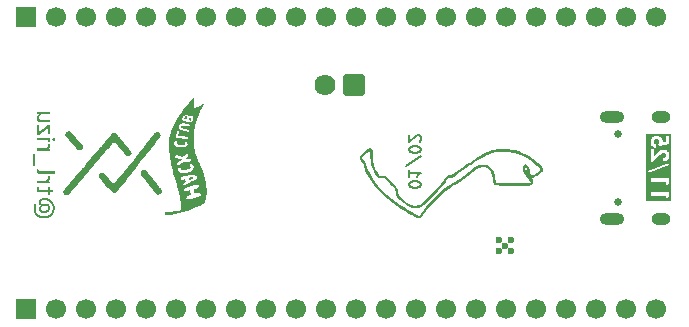
<source format=gbr>
%TF.GenerationSoftware,KiCad,Pcbnew,9.0.2*%
%TF.CreationDate,2025-11-10T16:04:38+08:00*%
%TF.ProjectId,TrlBoard,54726c42-6f61-4726-942e-6b696361645f,rev?*%
%TF.SameCoordinates,Original*%
%TF.FileFunction,Soldermask,Bot*%
%TF.FilePolarity,Negative*%
%FSLAX46Y46*%
G04 Gerber Fmt 4.6, Leading zero omitted, Abs format (unit mm)*
G04 Created by KiCad (PCBNEW 9.0.2) date 2025-11-10 16:04:38*
%MOMM*%
%LPD*%
G01*
G04 APERTURE LIST*
G04 Aperture macros list*
%AMRoundRect*
0 Rectangle with rounded corners*
0 $1 Rounding radius*
0 $2 $3 $4 $5 $6 $7 $8 $9 X,Y pos of 4 corners*
0 Add a 4 corners polygon primitive as box body*
4,1,4,$2,$3,$4,$5,$6,$7,$8,$9,$2,$3,0*
0 Add four circle primitives for the rounded corners*
1,1,$1+$1,$2,$3*
1,1,$1+$1,$4,$5*
1,1,$1+$1,$6,$7*
1,1,$1+$1,$8,$9*
0 Add four rect primitives between the rounded corners*
20,1,$1+$1,$2,$3,$4,$5,0*
20,1,$1+$1,$4,$5,$6,$7,0*
20,1,$1+$1,$6,$7,$8,$9,0*
20,1,$1+$1,$8,$9,$2,$3,0*%
G04 Aperture macros list end*
%ADD10C,0.200000*%
%ADD11C,0.300000*%
%ADD12C,0.000000*%
%ADD13C,0.650000*%
%ADD14O,2.100000X1.000000*%
%ADD15O,1.600000X1.000000*%
%ADD16RoundRect,0.102000X-0.787500X-0.787500X0.787500X-0.787500X0.787500X0.787500X-0.787500X0.787500X0*%
%ADD17C,1.779000*%
%ADD18C,0.600000*%
%ADD19R,1.700000X1.700000*%
%ADD20C,1.700000*%
G04 APERTURE END LIST*
D10*
X169132780Y-75439850D02*
X169132780Y-75344612D01*
X169132780Y-75344612D02*
X169085161Y-75249374D01*
X169085161Y-75249374D02*
X169037542Y-75201755D01*
X169037542Y-75201755D02*
X168942304Y-75154136D01*
X168942304Y-75154136D02*
X168751828Y-75106517D01*
X168751828Y-75106517D02*
X168513733Y-75106517D01*
X168513733Y-75106517D02*
X168323257Y-75154136D01*
X168323257Y-75154136D02*
X168228019Y-75201755D01*
X168228019Y-75201755D02*
X168180400Y-75249374D01*
X168180400Y-75249374D02*
X168132780Y-75344612D01*
X168132780Y-75344612D02*
X168132780Y-75439850D01*
X168132780Y-75439850D02*
X168180400Y-75535088D01*
X168180400Y-75535088D02*
X168228019Y-75582707D01*
X168228019Y-75582707D02*
X168323257Y-75630326D01*
X168323257Y-75630326D02*
X168513733Y-75677945D01*
X168513733Y-75677945D02*
X168751828Y-75677945D01*
X168751828Y-75677945D02*
X168942304Y-75630326D01*
X168942304Y-75630326D02*
X169037542Y-75582707D01*
X169037542Y-75582707D02*
X169085161Y-75535088D01*
X169085161Y-75535088D02*
X169132780Y-75439850D01*
X168132780Y-74154136D02*
X168132780Y-74725564D01*
X168132780Y-74439850D02*
X169132780Y-74439850D01*
X169132780Y-74439850D02*
X168989923Y-74535088D01*
X168989923Y-74535088D02*
X168894685Y-74630326D01*
X168894685Y-74630326D02*
X168847066Y-74725564D01*
X169180400Y-73011279D02*
X167894685Y-73868421D01*
X169132780Y-72487469D02*
X169132780Y-72392231D01*
X169132780Y-72392231D02*
X169085161Y-72296993D01*
X169085161Y-72296993D02*
X169037542Y-72249374D01*
X169037542Y-72249374D02*
X168942304Y-72201755D01*
X168942304Y-72201755D02*
X168751828Y-72154136D01*
X168751828Y-72154136D02*
X168513733Y-72154136D01*
X168513733Y-72154136D02*
X168323257Y-72201755D01*
X168323257Y-72201755D02*
X168228019Y-72249374D01*
X168228019Y-72249374D02*
X168180400Y-72296993D01*
X168180400Y-72296993D02*
X168132780Y-72392231D01*
X168132780Y-72392231D02*
X168132780Y-72487469D01*
X168132780Y-72487469D02*
X168180400Y-72582707D01*
X168180400Y-72582707D02*
X168228019Y-72630326D01*
X168228019Y-72630326D02*
X168323257Y-72677945D01*
X168323257Y-72677945D02*
X168513733Y-72725564D01*
X168513733Y-72725564D02*
X168751828Y-72725564D01*
X168751828Y-72725564D02*
X168942304Y-72677945D01*
X168942304Y-72677945D02*
X169037542Y-72630326D01*
X169037542Y-72630326D02*
X169085161Y-72582707D01*
X169085161Y-72582707D02*
X169132780Y-72487469D01*
X169037542Y-71773183D02*
X169085161Y-71725564D01*
X169085161Y-71725564D02*
X169132780Y-71630326D01*
X169132780Y-71630326D02*
X169132780Y-71392231D01*
X169132780Y-71392231D02*
X169085161Y-71296993D01*
X169085161Y-71296993D02*
X169037542Y-71249374D01*
X169037542Y-71249374D02*
X168942304Y-71201755D01*
X168942304Y-71201755D02*
X168847066Y-71201755D01*
X168847066Y-71201755D02*
X168704209Y-71249374D01*
X168704209Y-71249374D02*
X168132780Y-71820802D01*
X168132780Y-71820802D02*
X168132780Y-71201755D01*
D11*
G36*
X137520123Y-76555088D02*
G01*
X137639555Y-76587816D01*
X137754161Y-76642812D01*
X137832520Y-76696927D01*
X137902989Y-76762109D01*
X137966059Y-76839217D01*
X138021882Y-76929492D01*
X138064838Y-77024598D01*
X138096339Y-77129393D01*
X138115929Y-77245221D01*
X138122724Y-77373617D01*
X138115818Y-77502715D01*
X138095777Y-77620830D01*
X138063324Y-77729296D01*
X138018768Y-77829282D01*
X137961194Y-77924251D01*
X137896120Y-78005902D01*
X137823415Y-78075468D01*
X137742621Y-78133823D01*
X137654044Y-78181131D01*
X137563790Y-78214371D01*
X137471095Y-78234230D01*
X137375066Y-78240893D01*
X137089485Y-78240893D01*
X136975453Y-78233741D01*
X136872845Y-78213092D01*
X136780055Y-78179723D01*
X136695735Y-78133823D01*
X136618516Y-78075455D01*
X136551505Y-78007524D01*
X136494042Y-77929334D01*
X136445874Y-77839815D01*
X136399505Y-77712588D01*
X136370760Y-77571249D01*
X136360786Y-77413459D01*
X136365757Y-77296721D01*
X136379746Y-77196205D01*
X136402313Y-77097566D01*
X136434334Y-76989301D01*
X136581338Y-77039676D01*
X136543608Y-77165652D01*
X136521422Y-77289302D01*
X136514110Y-77411444D01*
X136521908Y-77536021D01*
X136544291Y-77646642D01*
X136580239Y-77745293D01*
X136632155Y-77835394D01*
X136698270Y-77910465D01*
X136779724Y-77972073D01*
X136871945Y-78016362D01*
X136979720Y-78044144D01*
X137106338Y-78053955D01*
X137375066Y-78053955D01*
X137477899Y-78044953D01*
X137575401Y-78018183D01*
X137669073Y-77973172D01*
X137753071Y-77912050D01*
X137826021Y-77834336D01*
X137888525Y-77737966D01*
X137933586Y-77632114D01*
X137961676Y-77511593D01*
X137971507Y-77373617D01*
X137962394Y-77238099D01*
X137936636Y-77122243D01*
X137895853Y-77022915D01*
X137838037Y-76933138D01*
X137768015Y-76860588D01*
X137684827Y-76803462D01*
X137591905Y-76762692D01*
X137488632Y-76737596D01*
X137372959Y-76728907D01*
X137215514Y-76728907D01*
X137129135Y-76734207D01*
X137062521Y-76748477D01*
X137011724Y-76769849D01*
X136969929Y-76802069D01*
X136946294Y-76840221D01*
X136938268Y-76886444D01*
X136945698Y-76946253D01*
X136965328Y-76986784D01*
X136995970Y-77013481D01*
X137061620Y-77036664D01*
X137167154Y-77045996D01*
X137616591Y-77043889D01*
X137668691Y-77144121D01*
X137700274Y-77253939D01*
X137711113Y-77375723D01*
X137703141Y-77478560D01*
X137681007Y-77562196D01*
X137646429Y-77630255D01*
X137599739Y-77685484D01*
X137541452Y-77729343D01*
X137472129Y-77761663D01*
X137389599Y-77782147D01*
X137291077Y-77789440D01*
X137169261Y-77789440D01*
X137081927Y-77783366D01*
X137008638Y-77766321D01*
X136947033Y-77739512D01*
X136895220Y-77703345D01*
X136852349Y-77656983D01*
X136821504Y-77602475D01*
X136802272Y-77538193D01*
X136795478Y-77461819D01*
X136797344Y-77442860D01*
X136946694Y-77442860D01*
X136953221Y-77496274D01*
X136970963Y-77535315D01*
X136999176Y-77563668D01*
X137036438Y-77582106D01*
X137093544Y-77595237D01*
X137177687Y-77600396D01*
X137280635Y-77600396D01*
X137376241Y-77593263D01*
X137445119Y-77574516D01*
X137493768Y-77546907D01*
X137529955Y-77506220D01*
X137553291Y-77448982D01*
X137562003Y-77369404D01*
X137554502Y-77294142D01*
X137532602Y-77226613D01*
X137032790Y-77226613D01*
X136984448Y-77293577D01*
X136956198Y-77364980D01*
X136946694Y-77442860D01*
X136797344Y-77442860D01*
X136804284Y-77372368D01*
X136830001Y-77291959D01*
X136872725Y-77218602D01*
X136934055Y-77150959D01*
X136875472Y-77112752D01*
X136826985Y-77054422D01*
X136804461Y-77007825D01*
X136790150Y-76951819D01*
X136785036Y-76884337D01*
X136791309Y-76817447D01*
X136809543Y-76757730D01*
X136839624Y-76703720D01*
X136879882Y-76656300D01*
X136928537Y-76616860D01*
X136986628Y-76585018D01*
X137082559Y-76554555D01*
X137190327Y-76544077D01*
X137394025Y-76544077D01*
X137520123Y-76555088D01*
G37*
G36*
X136627500Y-75580355D02*
G01*
X136608444Y-75672365D01*
X136602312Y-75758866D01*
X136611672Y-75862589D01*
X136636802Y-75939599D01*
X136675126Y-75996224D01*
X136726790Y-76036657D01*
X136794629Y-76062350D01*
X136883680Y-76071741D01*
X137578764Y-76071741D01*
X137578764Y-76248146D01*
X137738408Y-76248146D01*
X137738408Y-76067528D01*
X138011441Y-76050767D01*
X138011441Y-75861723D01*
X137738408Y-75861723D01*
X137738408Y-75613969D01*
X137578764Y-75613969D01*
X137578764Y-75861723D01*
X136894213Y-75861723D01*
X136835563Y-75852252D01*
X136798592Y-75827102D01*
X136776763Y-75786083D01*
X136768183Y-75718933D01*
X136771503Y-75657666D01*
X136780823Y-75605543D01*
X136627500Y-75580355D01*
G37*
G36*
X137759382Y-74810990D02*
G01*
X137753921Y-74739772D01*
X137738408Y-74678641D01*
X137541029Y-74716468D01*
X137547257Y-74783696D01*
X137540861Y-74854748D01*
X137522509Y-74916434D01*
X137492669Y-74970542D01*
X137451141Y-75016017D01*
X137391732Y-75056766D01*
X137310036Y-75092358D01*
X136627500Y-75092358D01*
X136627500Y-75302376D01*
X137738408Y-75302376D01*
X137738408Y-75142733D01*
X137557790Y-75109119D01*
X137623671Y-75074369D01*
X137673973Y-75033132D01*
X137711113Y-74985288D01*
X137737945Y-74930384D01*
X137753969Y-74872601D01*
X137759382Y-74810990D01*
G37*
G36*
X136862705Y-74258971D02*
G01*
X136816816Y-74253754D01*
X136791264Y-74241111D01*
X136776222Y-74218645D01*
X136770290Y-74179195D01*
X136772397Y-74151901D01*
X136776610Y-74128820D01*
X136627500Y-74103633D01*
X136608418Y-74172869D01*
X136602312Y-74237997D01*
X136609439Y-74307089D01*
X136629330Y-74362445D01*
X136661113Y-74407074D01*
X136704072Y-74440453D01*
X136758885Y-74461416D01*
X136829091Y-74468989D01*
X138181525Y-74468989D01*
X138181525Y-74258971D01*
X136862705Y-74258971D01*
G37*
G36*
X136322959Y-72827952D02*
G01*
X136322959Y-73871632D01*
X136493044Y-73871632D01*
X136493044Y-72827952D01*
X136322959Y-72827952D01*
G37*
G36*
X137759382Y-72064724D02*
G01*
X137753921Y-71993506D01*
X137738408Y-71932375D01*
X137541029Y-71970202D01*
X137547257Y-72037430D01*
X137540861Y-72108482D01*
X137522509Y-72170168D01*
X137492669Y-72224275D01*
X137451141Y-72269750D01*
X137391732Y-72310500D01*
X137310036Y-72346092D01*
X136627500Y-72346092D01*
X136627500Y-72556110D01*
X137738408Y-72556110D01*
X137738408Y-72396467D01*
X137557790Y-72362853D01*
X137623671Y-72328102D01*
X137673973Y-72286865D01*
X137711113Y-72239022D01*
X137737945Y-72184118D01*
X137753969Y-72126335D01*
X137759382Y-72064724D01*
G37*
G36*
X136627500Y-71449690D02*
G01*
X136627500Y-71659708D01*
X137578764Y-71659708D01*
X137578764Y-71834006D01*
X137738408Y-71834006D01*
X137738408Y-71449690D01*
X136627500Y-71449690D01*
G37*
G36*
X137929467Y-71565186D02*
G01*
X137938973Y-71615705D01*
X137967294Y-71657601D01*
X138009191Y-71685922D01*
X138059709Y-71695429D01*
X138110400Y-71685955D01*
X138153132Y-71657601D01*
X138182241Y-71615625D01*
X138191967Y-71565186D01*
X138182273Y-71514573D01*
X138153132Y-71471763D01*
X138110322Y-71442622D01*
X138059709Y-71432929D01*
X138009270Y-71442655D01*
X137967294Y-71471763D01*
X137938940Y-71514495D01*
X137929467Y-71565186D01*
G37*
G36*
X137587191Y-70379265D02*
G01*
X136795478Y-70942092D01*
X136795478Y-70364519D01*
X136627500Y-70364519D01*
X136627500Y-71173085D01*
X136785036Y-71173085D01*
X137572536Y-70608151D01*
X137572536Y-71143684D01*
X137738408Y-71143684D01*
X137738408Y-70379265D01*
X137587191Y-70379265D01*
G37*
G36*
X137738408Y-69220363D02*
G01*
X136627500Y-69220363D01*
X136627500Y-69398783D01*
X136761864Y-69413529D01*
X136690940Y-69488342D01*
X136641816Y-69569211D01*
X136612373Y-69657610D01*
X136602312Y-69755805D01*
X136613092Y-69854414D01*
X136643977Y-69938042D01*
X136694727Y-70009970D01*
X136744145Y-70053723D01*
X136800230Y-70084869D01*
X136864308Y-70104035D01*
X136938268Y-70110720D01*
X137738408Y-70110720D01*
X137738408Y-69900702D01*
X136946694Y-69900702D01*
X136891204Y-69894888D01*
X136848027Y-69878848D01*
X136814345Y-69853441D01*
X136789623Y-69819192D01*
X136773903Y-69775038D01*
X136768183Y-69718069D01*
X136778885Y-69636614D01*
X136811231Y-69559525D01*
X136862580Y-69490868D01*
X136934055Y-69430290D01*
X137738408Y-69430290D01*
X137738408Y-69220363D01*
G37*
G36*
X190341689Y-76820792D02*
G01*
X188191188Y-76820792D01*
X188191188Y-76343631D01*
X188627500Y-76343631D01*
X189870207Y-76343631D01*
X189870207Y-76654125D01*
X190133989Y-76488162D01*
X190133989Y-76058783D01*
X188627500Y-76058783D01*
X188627500Y-76343631D01*
X188191188Y-76343631D01*
X188191188Y-75168335D01*
X188627500Y-75168335D01*
X189870207Y-75168335D01*
X189870207Y-75478829D01*
X190133989Y-75312866D01*
X190133989Y-74883487D01*
X188627500Y-74883487D01*
X188627500Y-75168335D01*
X188191188Y-75168335D01*
X188191188Y-74240059D01*
X188357855Y-74240059D01*
X188357855Y-74437805D01*
X190175022Y-73760489D01*
X190175022Y-73561644D01*
X188357855Y-74240059D01*
X188191188Y-74240059D01*
X188191188Y-73472068D01*
X188627500Y-73472068D01*
X188764337Y-73472068D01*
X189237954Y-73005778D01*
X189356232Y-72895089D01*
X189445668Y-72823311D01*
X189512086Y-72780922D01*
X189582903Y-72748380D01*
X189644773Y-72730577D01*
X189699390Y-72725052D01*
X189754835Y-72731717D01*
X189801999Y-72750936D01*
X189842821Y-72782937D01*
X189873946Y-72824554D01*
X189892885Y-72873550D01*
X189899516Y-72932047D01*
X189891712Y-72990434D01*
X189868896Y-73040980D01*
X189830090Y-73085737D01*
X189780547Y-73119233D01*
X189718763Y-73141441D01*
X189641596Y-73151316D01*
X189641596Y-73431036D01*
X189763254Y-73416148D01*
X189866289Y-73385038D01*
X189953816Y-73338956D01*
X190028202Y-73277895D01*
X190089302Y-73202756D01*
X190132950Y-73118313D01*
X190159814Y-73022742D01*
X190169160Y-72913546D01*
X190162415Y-72823510D01*
X190142952Y-72743297D01*
X190111366Y-72671288D01*
X190067415Y-72606247D01*
X190012208Y-72550449D01*
X189944579Y-72503218D01*
X189869975Y-72467620D01*
X189796510Y-72446981D01*
X189723112Y-72440203D01*
X189635265Y-72448015D01*
X189539652Y-72472650D01*
X189434508Y-72516590D01*
X189335887Y-72574359D01*
X189215549Y-72664632D01*
X189069335Y-72795760D01*
X188891282Y-72964837D01*
X188891282Y-72427930D01*
X188627500Y-72427930D01*
X188627500Y-73472068D01*
X188191188Y-73472068D01*
X188191188Y-71780290D01*
X188592329Y-71780290D01*
X188599513Y-71875348D01*
X188620371Y-71961228D01*
X188654443Y-72039474D01*
X188702055Y-72111300D01*
X188761234Y-72173800D01*
X188830172Y-72224611D01*
X188910071Y-72264284D01*
X189002657Y-72292650D01*
X189002657Y-71991407D01*
X188940781Y-71950255D01*
X188897602Y-71899724D01*
X188870931Y-71840073D01*
X188861973Y-71774153D01*
X188869642Y-71713505D01*
X188892115Y-71660197D01*
X188930208Y-71612312D01*
X188979241Y-71575682D01*
X189036796Y-71553419D01*
X189105330Y-71545633D01*
X189172131Y-71552911D01*
X189228198Y-71573670D01*
X189275873Y-71607641D01*
X189313326Y-71652452D01*
X189335216Y-71701890D01*
X189342643Y-71757758D01*
X189336882Y-71803976D01*
X189319104Y-71850448D01*
X189290690Y-71894355D01*
X189248395Y-71940116D01*
X189300419Y-72173765D01*
X190133989Y-71991407D01*
X190133989Y-71285423D01*
X189870207Y-71285423D01*
X189870207Y-71777267D01*
X189597998Y-71838725D01*
X189608715Y-71788533D01*
X189612287Y-71741364D01*
X189603202Y-71641388D01*
X189576888Y-71552653D01*
X189533686Y-71472955D01*
X189472519Y-71400736D01*
X189398717Y-71341940D01*
X189315752Y-71299860D01*
X189221844Y-71273932D01*
X189114581Y-71264907D01*
X189007187Y-71274592D01*
X188910884Y-71302760D01*
X188823468Y-71349169D01*
X188743362Y-71415025D01*
X188676845Y-71494794D01*
X188630187Y-71581157D01*
X188601991Y-71675615D01*
X188592329Y-71780290D01*
X188191188Y-71780290D01*
X188191188Y-71098240D01*
X190341689Y-71098240D01*
X190341689Y-76820792D01*
G37*
D12*
%TO.C,G\u002A\u002A\u002A*%
G36*
X164906621Y-72319302D02*
G01*
X165000732Y-72392634D01*
X165011372Y-72406307D01*
X165044593Y-72484527D01*
X165068678Y-72616646D01*
X165085713Y-72817953D01*
X165097784Y-73103734D01*
X165104284Y-73294847D01*
X165115870Y-73506929D01*
X165134463Y-73662807D01*
X165165107Y-73788345D01*
X165212850Y-73909410D01*
X165282736Y-74051867D01*
X165378678Y-74230338D01*
X165481910Y-74406198D01*
X165564842Y-74531357D01*
X165603076Y-74580450D01*
X165677977Y-74649000D01*
X165770499Y-74671865D01*
X165921128Y-74664134D01*
X166161001Y-74641783D01*
X166667346Y-75157739D01*
X166779563Y-75272263D01*
X166944859Y-75444143D01*
X167057560Y-75571132D01*
X167129099Y-75670374D01*
X167170912Y-75759017D01*
X167194433Y-75854207D01*
X167211098Y-75973090D01*
X167231802Y-76112489D01*
X167264025Y-76223836D01*
X167322136Y-76324475D01*
X167421637Y-76440875D01*
X167578034Y-76599502D01*
X167659436Y-76677651D01*
X167992922Y-76941475D01*
X168318390Y-77107189D01*
X168634913Y-77174424D01*
X168941566Y-77142810D01*
X168971833Y-77133770D01*
X169070029Y-77090533D01*
X169181340Y-77016893D01*
X169319216Y-76901939D01*
X169497107Y-76734758D01*
X169728462Y-76504440D01*
X169831163Y-76400488D01*
X170167455Y-76058188D01*
X170440649Y-75776187D01*
X170657315Y-75547097D01*
X170824024Y-75363532D01*
X170947346Y-75218103D01*
X171033851Y-75103422D01*
X171090109Y-75012102D01*
X171122691Y-74936756D01*
X171147620Y-74875732D01*
X171268014Y-74720536D01*
X171432901Y-74627722D01*
X171614170Y-74615653D01*
X171719095Y-74612474D01*
X171844799Y-74527638D01*
X171861555Y-74512287D01*
X171957913Y-74437990D01*
X172122135Y-74319681D01*
X172343036Y-74165136D01*
X172609433Y-73982129D01*
X172910143Y-73778435D01*
X173233980Y-73561831D01*
X173255112Y-73547787D01*
X173627108Y-73301723D01*
X173929180Y-73105047D01*
X174173067Y-72950983D01*
X174370511Y-72832759D01*
X174533250Y-72743598D01*
X174673025Y-72676726D01*
X174801575Y-72625369D01*
X174930640Y-72582752D01*
X175224356Y-72500839D01*
X175662694Y-72414337D01*
X176075405Y-72384101D01*
X176495072Y-72406461D01*
X176810045Y-72445874D01*
X177138877Y-72504296D01*
X177433539Y-72582826D01*
X177711763Y-72689592D01*
X177991283Y-72832724D01*
X178289829Y-73020350D01*
X178625134Y-73260599D01*
X179014931Y-73561600D01*
X179045277Y-73585672D01*
X179264187Y-73769370D01*
X179407019Y-73915069D01*
X179481924Y-74035362D01*
X179497053Y-74142842D01*
X179460556Y-74250103D01*
X179392145Y-74326506D01*
X179260924Y-74434333D01*
X179092887Y-74555299D01*
X178913604Y-74671924D01*
X178748645Y-74766730D01*
X178623580Y-74822238D01*
X178565652Y-74843284D01*
X178539612Y-74883636D01*
X178586153Y-74964689D01*
X178643796Y-75086540D01*
X178651550Y-75259182D01*
X178578807Y-75407761D01*
X178562985Y-75423359D01*
X178526080Y-75446612D01*
X178468425Y-75464572D01*
X178378727Y-75477914D01*
X178245692Y-75487315D01*
X178058028Y-75493449D01*
X177804440Y-75496994D01*
X177473637Y-75498625D01*
X177054325Y-75499019D01*
X176860289Y-75498920D01*
X176446532Y-75497288D01*
X176117421Y-75492350D01*
X175862172Y-75482448D01*
X175669999Y-75465923D01*
X175530117Y-75441120D01*
X175431740Y-75406379D01*
X175364083Y-75360042D01*
X175316361Y-75300453D01*
X175277789Y-75225953D01*
X175261578Y-75181153D01*
X175230508Y-75026410D01*
X175218172Y-74851196D01*
X175218165Y-74845809D01*
X175193180Y-74577787D01*
X175110607Y-74362884D01*
X174956724Y-74165086D01*
X174811667Y-74040972D01*
X174569919Y-73930621D01*
X174307159Y-73916417D01*
X174026758Y-73998328D01*
X173732087Y-74176324D01*
X173722443Y-74183596D01*
X173533618Y-74332120D01*
X173318952Y-74509491D01*
X173123053Y-74678900D01*
X172796899Y-74947754D01*
X172440210Y-75191336D01*
X172024459Y-75426827D01*
X171965059Y-75458647D01*
X171496369Y-75753152D01*
X171009726Y-76131142D01*
X170516355Y-76582449D01*
X170027478Y-77096906D01*
X169554321Y-77664346D01*
X169494769Y-77739615D01*
X169328064Y-77940684D01*
X169179639Y-78106312D01*
X169063253Y-78221617D01*
X168992668Y-78271720D01*
X168952376Y-78273466D01*
X168817252Y-78235477D01*
X168620153Y-78147857D01*
X168372817Y-78017763D01*
X168086977Y-77852352D01*
X167774370Y-77658782D01*
X167446731Y-77444209D01*
X167115796Y-77215791D01*
X166793301Y-76980684D01*
X166490980Y-76746046D01*
X166310037Y-76596451D01*
X165812551Y-76140048D01*
X165368395Y-75663785D01*
X164985636Y-75178526D01*
X164672341Y-74695135D01*
X164436578Y-74224474D01*
X164286414Y-73777408D01*
X164207417Y-73565119D01*
X164083140Y-73393482D01*
X164040360Y-73350963D01*
X163963344Y-73243721D01*
X163949613Y-73153230D01*
X164118313Y-73153230D01*
X164273783Y-73290663D01*
X164389639Y-73428195D01*
X164486769Y-73672385D01*
X164569349Y-73957025D01*
X164786513Y-74459807D01*
X165094007Y-74971225D01*
X165487015Y-75484575D01*
X165960723Y-75993149D01*
X166510313Y-76490243D01*
X166694781Y-76638056D01*
X166995384Y-76862967D01*
X167334145Y-77102841D01*
X167687925Y-77342119D01*
X168033584Y-77565240D01*
X168347982Y-77756645D01*
X168607980Y-77900774D01*
X168936294Y-78068960D01*
X169045701Y-77938260D01*
X169111920Y-77858305D01*
X169229178Y-77715619D01*
X169376508Y-77535669D01*
X169536705Y-77339439D01*
X169979654Y-76821992D01*
X170466656Y-76318941D01*
X170954127Y-75889120D01*
X171456101Y-75520274D01*
X171986611Y-75200151D01*
X172111368Y-75128462D01*
X172428015Y-74923003D01*
X172780084Y-74667226D01*
X173145265Y-74376979D01*
X173189300Y-74340597D01*
X173468932Y-74117142D01*
X173705904Y-73941341D01*
X173890319Y-73820223D01*
X174012282Y-73760824D01*
X174096357Y-73738350D01*
X174429572Y-73704694D01*
X174736957Y-73762467D01*
X175007980Y-73908403D01*
X175232110Y-74139235D01*
X175309416Y-74257564D01*
X175362165Y-74381192D01*
X175394042Y-74535592D01*
X175415311Y-74755280D01*
X175427907Y-74901248D01*
X175452781Y-75067668D01*
X175488463Y-75169772D01*
X175540734Y-75229414D01*
X175586404Y-75245623D01*
X175723074Y-75265654D01*
X175929540Y-75281746D01*
X176190391Y-75293908D01*
X176490215Y-75302147D01*
X176813601Y-75306473D01*
X177145137Y-75306893D01*
X177469412Y-75303416D01*
X177771015Y-75296049D01*
X178034534Y-75284802D01*
X178244558Y-75269682D01*
X178385676Y-75250698D01*
X178442475Y-75227858D01*
X178444045Y-75215937D01*
X178410261Y-75128953D01*
X178320581Y-74991727D01*
X178185829Y-74821405D01*
X178045612Y-74648227D01*
X177883874Y-74410028D01*
X177792135Y-74206906D01*
X177763162Y-74025239D01*
X177771085Y-73969505D01*
X177965942Y-73969505D01*
X177989106Y-74097988D01*
X178059842Y-74276425D01*
X178154297Y-74476032D01*
X178158337Y-74285620D01*
X178158471Y-74264433D01*
X178144243Y-74112502D01*
X178110719Y-73998685D01*
X178070264Y-73941028D01*
X178010915Y-73902162D01*
X177992337Y-73906183D01*
X177965942Y-73969505D01*
X177771085Y-73969505D01*
X177786081Y-73864016D01*
X177869580Y-73743696D01*
X178010805Y-73702555D01*
X178103350Y-73716987D01*
X178239841Y-73808982D01*
X178330053Y-73973449D01*
X178363570Y-74195827D01*
X178364779Y-74239029D01*
X178397248Y-74429049D01*
X178467503Y-74555077D01*
X178567092Y-74600313D01*
X178578087Y-74599530D01*
X178682025Y-74563053D01*
X178823300Y-74484904D01*
X178976834Y-74382815D01*
X179117550Y-74274517D01*
X179220369Y-74177742D01*
X179260215Y-74110222D01*
X179236516Y-74050857D01*
X179143892Y-73942775D01*
X178998231Y-73818705D01*
X178976931Y-73802628D01*
X178798588Y-73667593D01*
X178588218Y-73507786D01*
X178386934Y-73354433D01*
X178104279Y-73155888D01*
X177613190Y-72891773D01*
X177097617Y-72716693D01*
X176544743Y-72626787D01*
X175941748Y-72618195D01*
X175885791Y-72621078D01*
X175627863Y-72640392D01*
X175395713Y-72672130D01*
X175176000Y-72722035D01*
X174955384Y-72795853D01*
X174720524Y-72899327D01*
X174458076Y-73038200D01*
X174154702Y-73218216D01*
X173797059Y-73445121D01*
X173371806Y-73724656D01*
X173308641Y-73766663D01*
X172991815Y-73979332D01*
X172697334Y-74180126D01*
X172437431Y-74360486D01*
X172224335Y-74511853D01*
X172070276Y-74625669D01*
X171987487Y-74693375D01*
X171927199Y-74747900D01*
X171790922Y-74828283D01*
X171631809Y-74850296D01*
X171464120Y-74871714D01*
X171362850Y-74949633D01*
X171301508Y-75104501D01*
X171261982Y-75169922D01*
X171158219Y-75299041D01*
X170998491Y-75481133D01*
X170790649Y-75707482D01*
X170542546Y-75969376D01*
X170262034Y-76258098D01*
X170176123Y-76345450D01*
X169896174Y-76628661D01*
X169673546Y-76850318D01*
X169498874Y-77018600D01*
X169362797Y-77141690D01*
X169255951Y-77227768D01*
X169168972Y-77285013D01*
X169092497Y-77321607D01*
X169017164Y-77345729D01*
X168750445Y-77384691D01*
X168402370Y-77348761D01*
X168050550Y-77220478D01*
X167703172Y-77003051D01*
X167368426Y-76699688D01*
X167229159Y-76549200D01*
X167124862Y-76422299D01*
X167063173Y-76316576D01*
X167029233Y-76205796D01*
X167008180Y-76063723D01*
X167006771Y-76051788D01*
X166989890Y-75933228D01*
X166963474Y-75837733D01*
X166915322Y-75746569D01*
X166833234Y-75641000D01*
X166705009Y-75502294D01*
X166518448Y-75311715D01*
X166062826Y-74849952D01*
X165837454Y-74877052D01*
X165774092Y-74882841D01*
X165634899Y-74882287D01*
X165551201Y-74862729D01*
X165489784Y-74794944D01*
X165396116Y-74659074D01*
X165284815Y-74479122D01*
X165169185Y-74278226D01*
X165062529Y-74079524D01*
X164978151Y-73906153D01*
X164929356Y-73781251D01*
X164914152Y-73710695D01*
X164891227Y-73529649D01*
X164874694Y-73301081D01*
X164867380Y-73057999D01*
X164864861Y-72920361D01*
X164853811Y-72715334D01*
X164835814Y-72576724D01*
X164812570Y-72521193D01*
X164792581Y-72525824D01*
X164710090Y-72581904D01*
X164586441Y-72687905D01*
X164439949Y-72828710D01*
X164118313Y-73153230D01*
X163949613Y-73153230D01*
X163947059Y-73136398D01*
X163996178Y-73013906D01*
X164115373Y-72861153D01*
X164309317Y-72663051D01*
X164497622Y-72489831D01*
X164667035Y-72363220D01*
X164799378Y-72307937D01*
X164906621Y-72319302D01*
G37*
G36*
X139472408Y-70924014D02*
G01*
X139564041Y-71002542D01*
X139575385Y-71015562D01*
X139622223Y-71069614D01*
X139683471Y-71140555D01*
X139748887Y-71216532D01*
X139777247Y-71249493D01*
X139834007Y-71315300D01*
X139877867Y-71365932D01*
X139901113Y-71392475D01*
X139902588Y-71394128D01*
X139927881Y-71423090D01*
X139974577Y-71476963D01*
X140036559Y-71548680D01*
X140107706Y-71631169D01*
X140184587Y-71719991D01*
X140263343Y-71810246D01*
X140332260Y-71888521D01*
X140382113Y-71944290D01*
X140436177Y-72006867D01*
X140501256Y-72100111D01*
X140533760Y-72182630D01*
X140536261Y-72262442D01*
X140511326Y-72347568D01*
X140462404Y-72420774D01*
X140383119Y-72477477D01*
X140288235Y-72506592D01*
X140189487Y-72504686D01*
X140098612Y-72468324D01*
X140075415Y-72450891D01*
X140018255Y-72397647D01*
X139963383Y-72335796D01*
X139907152Y-72266588D01*
X139814798Y-72156907D01*
X139699257Y-72022856D01*
X139564041Y-71868546D01*
X139467234Y-71758481D01*
X139338344Y-71610584D01*
X139232639Y-71487470D01*
X139151662Y-71390963D01*
X139096960Y-71322891D01*
X139070077Y-71285076D01*
X139059694Y-71263864D01*
X139042068Y-71172125D01*
X139058577Y-71076309D01*
X139105494Y-70988821D01*
X139179095Y-70922065D01*
X139269072Y-70885776D01*
X139372150Y-70884687D01*
X139472408Y-70924014D01*
G37*
G36*
X145815749Y-74166945D02*
G01*
X145830235Y-74178557D01*
X145872113Y-74221827D01*
X145935925Y-74293168D01*
X146018649Y-74389022D01*
X146117262Y-74505832D01*
X146228740Y-74640041D01*
X146350060Y-74788091D01*
X146478200Y-74946426D01*
X146569075Y-75059317D01*
X146690919Y-75210399D01*
X146803079Y-75349153D01*
X146902632Y-75471980D01*
X146986655Y-75575281D01*
X147052225Y-75655458D01*
X147096419Y-75708911D01*
X147116314Y-75732043D01*
X147117629Y-75733385D01*
X147149975Y-75775874D01*
X147183396Y-75832218D01*
X147192807Y-75852060D01*
X147216491Y-75952490D01*
X147204394Y-76047899D01*
X147162501Y-76131874D01*
X147096794Y-76198004D01*
X147013258Y-76239877D01*
X146917877Y-76251081D01*
X146816636Y-76225204D01*
X146812077Y-76221893D01*
X146781724Y-76190893D01*
X146728639Y-76131292D01*
X146656109Y-76047106D01*
X146567425Y-75942356D01*
X146465875Y-75821057D01*
X146354747Y-75687228D01*
X146237332Y-75544888D01*
X146116917Y-75398053D01*
X145996792Y-75250743D01*
X145880245Y-75106974D01*
X145770566Y-74970766D01*
X145671042Y-74846135D01*
X145584964Y-74737100D01*
X145515620Y-74647679D01*
X145466299Y-74581890D01*
X145440289Y-74543750D01*
X145422612Y-74493025D01*
X145414531Y-74428501D01*
X145421446Y-74363834D01*
X145461281Y-74271509D01*
X145529120Y-74200121D01*
X145616473Y-74155207D01*
X145714847Y-74142303D01*
X145815749Y-74166945D01*
G37*
G36*
X146832303Y-70945771D02*
G01*
X146941432Y-70971097D01*
X147021770Y-71028592D01*
X147071388Y-71116326D01*
X147088356Y-71232368D01*
X147088362Y-71239144D01*
X147087841Y-71270100D01*
X147084202Y-71298109D01*
X147074436Y-71327780D01*
X147055533Y-71363728D01*
X147024486Y-71410562D01*
X146978284Y-71472896D01*
X146913919Y-71555341D01*
X146828382Y-71662508D01*
X146718665Y-71799011D01*
X146685941Y-71839789D01*
X146601746Y-71945170D01*
X146497300Y-72076353D01*
X146377054Y-72227728D01*
X146245456Y-72393686D01*
X146106957Y-72568618D01*
X145966007Y-72746914D01*
X145827055Y-72922966D01*
X145721118Y-73057236D01*
X145560397Y-73260748D01*
X145383346Y-73484753D01*
X145196102Y-73721499D01*
X145004800Y-73963231D01*
X144815574Y-74202193D01*
X144634560Y-74430632D01*
X144467894Y-74640794D01*
X144414734Y-74707806D01*
X144269967Y-74890419D01*
X144129347Y-75067969D01*
X143996147Y-75236315D01*
X143873639Y-75391314D01*
X143765095Y-75528825D01*
X143673789Y-75644706D01*
X143602991Y-75734816D01*
X143555975Y-75795012D01*
X143533234Y-75823945D01*
X143422370Y-75951617D01*
X143322681Y-76039456D01*
X143230312Y-76088050D01*
X143141407Y-76097987D01*
X143052109Y-76069857D01*
X142958565Y-76004248D01*
X142856917Y-75901749D01*
X142782059Y-75817285D01*
X142666111Y-75686613D01*
X142570872Y-75579552D01*
X142491155Y-75490298D01*
X142421769Y-75413049D01*
X142357526Y-75342000D01*
X142293236Y-75271350D01*
X142253261Y-75227447D01*
X142124034Y-75083909D01*
X142023195Y-74968900D01*
X141949090Y-74880462D01*
X141900065Y-74816635D01*
X141874465Y-74775462D01*
X141864975Y-74749967D01*
X141855642Y-74662372D01*
X141870790Y-74569244D01*
X141907978Y-74491281D01*
X141916174Y-74481032D01*
X141991595Y-74422385D01*
X142087585Y-74390452D01*
X142188492Y-74390838D01*
X142198535Y-74392704D01*
X142220684Y-74397468D01*
X142241942Y-74404911D01*
X142265312Y-74417996D01*
X142293799Y-74439680D01*
X142330406Y-74472925D01*
X142378138Y-74520691D01*
X142439998Y-74585937D01*
X142518989Y-74671624D01*
X142618117Y-74780713D01*
X142740385Y-74916162D01*
X142888796Y-75080932D01*
X143157148Y-75378901D01*
X143696352Y-74700367D01*
X143829321Y-74532989D01*
X143988315Y-74332742D01*
X144152889Y-74125360D01*
X144320715Y-73913787D01*
X144489463Y-73700965D01*
X144656801Y-73489837D01*
X144820400Y-73283347D01*
X144977930Y-73084436D01*
X145127061Y-72896048D01*
X145265462Y-72721126D01*
X145390804Y-72562613D01*
X145500757Y-72423451D01*
X145592989Y-72306584D01*
X145665172Y-72214954D01*
X145714975Y-72151504D01*
X145740069Y-72119177D01*
X145741811Y-72116887D01*
X145772003Y-72077950D01*
X145824721Y-72010632D01*
X145895912Y-71920081D01*
X145981523Y-71811446D01*
X146077503Y-71689874D01*
X146179797Y-71560516D01*
X146197524Y-71538111D01*
X146296294Y-71413026D01*
X146385984Y-71299034D01*
X146463003Y-71200729D01*
X146523758Y-71122707D01*
X146564657Y-71069562D01*
X146582109Y-71045888D01*
X146627116Y-70998823D01*
X146706855Y-70959388D01*
X146800696Y-70944692D01*
X146832303Y-70945771D01*
G37*
G36*
X143330612Y-71055128D02*
G01*
X143368104Y-71083469D01*
X143419612Y-71136310D01*
X143473515Y-71201917D01*
X143523875Y-71267287D01*
X143584401Y-71342934D01*
X143633537Y-71401370D01*
X143666585Y-71440055D01*
X143722498Y-71506997D01*
X143794619Y-71594218D01*
X143877239Y-71694811D01*
X143964646Y-71801868D01*
X144030659Y-71882860D01*
X144136191Y-72011983D01*
X144242382Y-72141553D01*
X144339880Y-72260163D01*
X144419329Y-72356405D01*
X144440803Y-72382461D01*
X144529930Y-72495463D01*
X144591369Y-72585434D01*
X144627655Y-72658825D01*
X144641323Y-72722086D01*
X144634906Y-72781667D01*
X144610941Y-72844018D01*
X144609541Y-72846879D01*
X144544776Y-72936964D01*
X144461724Y-72991699D01*
X144367448Y-73010943D01*
X144269009Y-72994558D01*
X144173470Y-72942404D01*
X144087892Y-72854342D01*
X144065795Y-72825485D01*
X144020041Y-72767421D01*
X143958074Y-72689714D01*
X143884716Y-72598319D01*
X143804789Y-72499191D01*
X143723115Y-72398285D01*
X143644515Y-72301556D01*
X143573810Y-72214960D01*
X143515823Y-72144450D01*
X143475375Y-72095984D01*
X143457288Y-72075514D01*
X143447649Y-72065137D01*
X143414509Y-72026475D01*
X143364726Y-71966959D01*
X143304795Y-71894306D01*
X143279815Y-71864062D01*
X143221750Y-71797040D01*
X143182770Y-71759400D01*
X143157918Y-71746902D01*
X143142235Y-71755305D01*
X143139974Y-71758318D01*
X143111470Y-71793539D01*
X143064700Y-71849229D01*
X143008567Y-71914767D01*
X143002014Y-71922353D01*
X142942125Y-71991998D01*
X142864700Y-72082408D01*
X142779022Y-72182729D01*
X142694375Y-72282106D01*
X142605083Y-72387099D01*
X142499360Y-72511407D01*
X142395223Y-72633846D01*
X142305967Y-72738784D01*
X142231351Y-72826331D01*
X142144346Y-72928057D01*
X142063790Y-73021909D01*
X142000523Y-73095237D01*
X141978842Y-73120333D01*
X141901842Y-73210271D01*
X141816871Y-73310423D01*
X141738699Y-73403405D01*
X141725473Y-73419197D01*
X141663842Y-73492297D01*
X141580948Y-73590115D01*
X141482253Y-73706242D01*
X141373220Y-73834268D01*
X141259311Y-73967783D01*
X141145989Y-74100376D01*
X141038717Y-74225638D01*
X140942958Y-74337158D01*
X140901983Y-74384863D01*
X140807449Y-74495324D01*
X140705691Y-74614659D01*
X140603821Y-74734494D01*
X140508951Y-74846455D01*
X140428195Y-74942169D01*
X140368665Y-75013263D01*
X140352241Y-75032971D01*
X140275197Y-75124624D01*
X140189346Y-75225810D01*
X140110396Y-75317997D01*
X140099089Y-75331114D01*
X140043049Y-75396141D01*
X139996275Y-75450491D01*
X139953418Y-75500423D01*
X139909132Y-75552197D01*
X139858070Y-75612073D01*
X139794884Y-75686311D01*
X139714226Y-75781170D01*
X139610750Y-75902911D01*
X139524859Y-76002478D01*
X139442576Y-76095015D01*
X139371448Y-76172155D01*
X139317026Y-76227881D01*
X139284859Y-76256178D01*
X139222474Y-76285429D01*
X139125356Y-76296107D01*
X139030000Y-76272392D01*
X138947429Y-76217650D01*
X138888666Y-76135245D01*
X138876385Y-76107743D01*
X138855397Y-76057954D01*
X138846882Y-76033247D01*
X138846868Y-76025978D01*
X138863060Y-75963885D01*
X138908631Y-75879783D01*
X138984847Y-75771634D01*
X139092975Y-75637402D01*
X139144108Y-75576709D01*
X139262602Y-75436461D01*
X139390542Y-75285481D01*
X139520441Y-75132573D01*
X139644815Y-74986543D01*
X139756177Y-74856198D01*
X139847043Y-74750343D01*
X139882773Y-74708826D01*
X139989685Y-74584172D01*
X140102666Y-74451913D01*
X140214823Y-74320157D01*
X140319260Y-74197014D01*
X140409083Y-74090591D01*
X140477397Y-74008997D01*
X140493821Y-73989289D01*
X140570865Y-73897637D01*
X140656716Y-73796450D01*
X140735666Y-73704264D01*
X140766995Y-73667919D01*
X140812758Y-73614810D01*
X140852386Y-73568753D01*
X140890789Y-73524015D01*
X140932873Y-73474859D01*
X140983546Y-73415549D01*
X141047716Y-73340352D01*
X141130292Y-73243530D01*
X141236180Y-73119349D01*
X141320570Y-73020464D01*
X141403554Y-72923399D01*
X141475249Y-72839711D01*
X141530019Y-72775980D01*
X141562228Y-72738784D01*
X141596039Y-72699556D01*
X141651639Y-72634195D01*
X141719786Y-72553554D01*
X141792582Y-72466952D01*
X141797039Y-72461636D01*
X141863768Y-72382341D01*
X141920024Y-72316014D01*
X141960005Y-72269460D01*
X141977911Y-72249486D01*
X141978281Y-72249139D01*
X141997761Y-72227275D01*
X142038949Y-72179263D01*
X142096042Y-72111909D01*
X142163241Y-72032021D01*
X142231857Y-71950385D01*
X142300510Y-71869140D01*
X142357082Y-71802634D01*
X142393675Y-71760189D01*
X142420812Y-71728871D01*
X142473263Y-71667767D01*
X142542147Y-71587197D01*
X142621179Y-71494542D01*
X142704069Y-71397180D01*
X142784530Y-71302492D01*
X142856274Y-71217858D01*
X142913014Y-71150656D01*
X142934636Y-71128182D01*
X143021697Y-71071735D01*
X143126878Y-71038418D01*
X143234933Y-71031719D01*
X143330612Y-71055128D01*
G37*
G36*
X149658513Y-69745382D02*
G01*
X149684820Y-69759453D01*
X149703246Y-69785336D01*
X149700829Y-69830430D01*
X149688790Y-69884903D01*
X149670874Y-69942588D01*
X149651135Y-69993633D01*
X149555134Y-69953073D01*
X149516352Y-69935592D01*
X149475133Y-69913531D01*
X149459132Y-69899721D01*
X149466314Y-69886125D01*
X149492973Y-69850826D01*
X149532558Y-69804187D01*
X149573248Y-69760028D01*
X149602295Y-69737120D01*
X149627235Y-69733863D01*
X149658513Y-69745382D01*
G37*
G36*
X149792698Y-74788679D02*
G01*
X149840755Y-74794509D01*
X149858384Y-74805648D01*
X149848717Y-74818279D01*
X149813014Y-74848697D01*
X149757163Y-74890618D01*
X149687691Y-74938943D01*
X149672928Y-74948896D01*
X149601831Y-74996897D01*
X149555671Y-75024824D01*
X149527957Y-75032373D01*
X149512200Y-75019241D01*
X149501910Y-74985123D01*
X149490596Y-74929716D01*
X149489232Y-74923222D01*
X149479500Y-74861967D01*
X149486851Y-74827171D01*
X149517573Y-74809457D01*
X149577957Y-74799446D01*
X149634283Y-74793589D01*
X149721459Y-74788319D01*
X149792698Y-74788679D01*
G37*
G36*
X149302817Y-69601935D02*
G01*
X149341258Y-69619671D01*
X149344361Y-69623100D01*
X149360407Y-69663612D01*
X149361668Y-69718781D01*
X149350908Y-69778074D01*
X149330892Y-69830956D01*
X149304384Y-69866894D01*
X149274150Y-69875353D01*
X149272306Y-69874841D01*
X149229097Y-69864393D01*
X149173953Y-69852702D01*
X149166846Y-69851266D01*
X149120023Y-69840221D01*
X149093322Y-69831254D01*
X149089225Y-69825386D01*
X149092524Y-69793695D01*
X149110720Y-69745936D01*
X149138590Y-69692624D01*
X149170914Y-69644276D01*
X149202471Y-69611407D01*
X149206394Y-69608853D01*
X149250503Y-69597891D01*
X149302817Y-69601935D01*
G37*
G36*
X149900615Y-68036335D02*
G01*
X149905462Y-68076300D01*
X149909547Y-68146955D01*
X149912689Y-68243521D01*
X149914707Y-68361223D01*
X149915420Y-68495285D01*
X149915643Y-68583532D01*
X149916706Y-68701751D01*
X149918524Y-68802754D01*
X149920963Y-68881339D01*
X149923888Y-68932305D01*
X149927166Y-68950450D01*
X149935299Y-68947306D01*
X149972923Y-68929468D01*
X150036484Y-68897991D01*
X150121131Y-68855310D01*
X150222015Y-68803858D01*
X150334286Y-68746071D01*
X150404179Y-68710281D01*
X150510168Y-68657391D01*
X150602009Y-68613257D01*
X150674836Y-68580138D01*
X150723785Y-68560290D01*
X150743990Y-68555970D01*
X150745314Y-68569483D01*
X150732552Y-68608405D01*
X150706244Y-68660536D01*
X150692948Y-68684479D01*
X150659066Y-68748684D01*
X150615292Y-68834177D01*
X150565836Y-68932702D01*
X150514902Y-69036004D01*
X150398035Y-69288878D01*
X150233215Y-69706187D01*
X150101163Y-70126322D01*
X150002115Y-70546973D01*
X149936309Y-70965833D01*
X149903980Y-71380593D01*
X149905365Y-71788945D01*
X149940699Y-72188581D01*
X150010218Y-72577192D01*
X150114160Y-72952471D01*
X150137242Y-73018982D01*
X150181917Y-73137766D01*
X150235070Y-73270842D01*
X150291916Y-73406326D01*
X150347670Y-73532336D01*
X150511760Y-73906844D01*
X150652074Y-74261871D01*
X150767236Y-74595715D01*
X150858007Y-74911354D01*
X150925150Y-75211766D01*
X150969427Y-75499929D01*
X150991600Y-75778822D01*
X150992431Y-76051423D01*
X150984530Y-76211167D01*
X150971403Y-76353533D01*
X150951794Y-76477866D01*
X150924070Y-76594386D01*
X150886595Y-76713313D01*
X150881371Y-76728587D01*
X150863424Y-76790566D01*
X150860198Y-76830708D01*
X150870531Y-76859592D01*
X150871696Y-76861509D01*
X150879575Y-76883724D01*
X150874560Y-76906821D01*
X150853555Y-76932933D01*
X150813460Y-76964192D01*
X150751178Y-77002731D01*
X150663610Y-77050684D01*
X150547659Y-77110182D01*
X150400225Y-77183360D01*
X150092449Y-77329510D01*
X149718483Y-77491424D01*
X149422847Y-77603906D01*
X149359588Y-77627975D01*
X149010273Y-77741064D01*
X148665045Y-77832594D01*
X148318414Y-77904468D01*
X148228717Y-77919867D01*
X148099907Y-77940072D01*
X147968104Y-77958932D01*
X147841398Y-77975408D01*
X147727878Y-77988462D01*
X147635636Y-77997055D01*
X147572761Y-78000150D01*
X147500899Y-78000150D01*
X147500899Y-77860533D01*
X147500899Y-77720916D01*
X147800338Y-77708540D01*
X147812227Y-77708034D01*
X147943940Y-77700764D01*
X148082443Y-77690466D01*
X148222143Y-77677819D01*
X148357448Y-77663502D01*
X148482766Y-77648192D01*
X148592504Y-77632569D01*
X148681071Y-77617311D01*
X148742874Y-77603097D01*
X148772321Y-77590604D01*
X148776742Y-77582591D01*
X148786575Y-77540406D01*
X148795603Y-77470925D01*
X148803136Y-77381591D01*
X148808486Y-77279845D01*
X148810965Y-77173130D01*
X148810984Y-77132658D01*
X148806980Y-76999515D01*
X148796308Y-76859079D01*
X148778351Y-76708500D01*
X148752497Y-76544928D01*
X148718130Y-76365511D01*
X148674636Y-76167399D01*
X148621401Y-75947741D01*
X148601881Y-75872824D01*
X149063372Y-75872824D01*
X149080098Y-75917154D01*
X149130688Y-75948479D01*
X149144930Y-75952438D01*
X149192736Y-75954563D01*
X149264961Y-75945999D01*
X149367469Y-75926195D01*
X149423883Y-75914489D01*
X149493824Y-75901201D01*
X149542972Y-75893414D01*
X149563171Y-75892531D01*
X149576303Y-75915197D01*
X149596515Y-75962093D01*
X149619809Y-76022889D01*
X149642721Y-76087752D01*
X149661785Y-76146851D01*
X149673536Y-76190356D01*
X149674511Y-76208436D01*
X149669476Y-76210759D01*
X149636705Y-76228093D01*
X149582818Y-76257805D01*
X149516487Y-76295139D01*
X149456552Y-76331780D01*
X149362772Y-76406503D01*
X149306673Y-76481616D01*
X149288025Y-76557383D01*
X149288944Y-76573878D01*
X149307639Y-76619195D01*
X149351707Y-76643574D01*
X149422847Y-76647180D01*
X149522755Y-76630177D01*
X149653130Y-76592730D01*
X149670922Y-76586966D01*
X149962532Y-76502010D01*
X150267136Y-76431801D01*
X150357793Y-76408963D01*
X150442299Y-76372738D01*
X150490947Y-76328094D01*
X150504608Y-76274141D01*
X150484153Y-76209987D01*
X150469721Y-76190281D01*
X150414968Y-76150324D01*
X150337426Y-76118017D01*
X150247496Y-76096243D01*
X150155577Y-76087881D01*
X150072066Y-76095814D01*
X150057186Y-76098961D01*
X150003080Y-76104115D01*
X149975533Y-76092056D01*
X149975296Y-76091749D01*
X149960739Y-76064461D01*
X149940175Y-76016674D01*
X149917786Y-75959485D01*
X149897753Y-75903990D01*
X149884257Y-75861285D01*
X149881480Y-75842466D01*
X149881488Y-75842460D01*
X149899830Y-75833001D01*
X149945584Y-75810531D01*
X150011865Y-75778407D01*
X150091788Y-75739982D01*
X150171901Y-75700717D01*
X150238004Y-75664960D01*
X150281614Y-75635299D01*
X150309462Y-75607056D01*
X150328280Y-75575549D01*
X150334015Y-75563405D01*
X150349132Y-75523008D01*
X150345212Y-75493749D01*
X150321140Y-75457143D01*
X150318143Y-75453208D01*
X150283433Y-75420734D01*
X150238007Y-75403511D01*
X150175709Y-75401241D01*
X150090388Y-75413623D01*
X149975889Y-75440359D01*
X149945101Y-75448402D01*
X149833241Y-75479010D01*
X149713104Y-75513649D01*
X149591106Y-75550290D01*
X149473664Y-75586907D01*
X149367196Y-75621470D01*
X149278118Y-75651953D01*
X149212846Y-75676328D01*
X149177798Y-75692566D01*
X149174954Y-75694476D01*
X149134367Y-75732221D01*
X149097068Y-75781535D01*
X149079953Y-75812724D01*
X149079160Y-75815598D01*
X149063372Y-75872824D01*
X148601881Y-75872824D01*
X148557811Y-75703686D01*
X148522363Y-75574703D01*
X148483250Y-75432384D01*
X148397104Y-75130983D01*
X148337192Y-74927293D01*
X148795036Y-74927293D01*
X148816528Y-74973444D01*
X148822478Y-74978844D01*
X148850659Y-74992357D01*
X148892340Y-74993554D01*
X148954819Y-74981907D01*
X149045393Y-74956887D01*
X149053528Y-74954483D01*
X149117537Y-74936961D01*
X149164672Y-74926452D01*
X149185236Y-74925156D01*
X149190036Y-74941318D01*
X149197411Y-74986100D01*
X149204925Y-75048075D01*
X149210431Y-75111442D01*
X149208536Y-75149393D01*
X149196482Y-75170877D01*
X149171698Y-75186620D01*
X149153860Y-75197388D01*
X149105981Y-75233309D01*
X149055128Y-75278038D01*
X149014532Y-75323761D01*
X148985317Y-75381394D01*
X148986738Y-75428361D01*
X149018213Y-75459978D01*
X149079160Y-75471558D01*
X149084698Y-75470511D01*
X149121233Y-75455976D01*
X149183665Y-75426457D01*
X149266571Y-75384667D01*
X149364525Y-75333317D01*
X149472104Y-75275119D01*
X149489314Y-75265673D01*
X149605911Y-75201877D01*
X149719730Y-75139910D01*
X149823142Y-75083906D01*
X149908517Y-75037999D01*
X149968225Y-75006321D01*
X150067060Y-74948530D01*
X150144468Y-74885959D01*
X150187189Y-74824557D01*
X150196853Y-74762586D01*
X150177076Y-74704358D01*
X150126597Y-74657112D01*
X150044344Y-74623913D01*
X149928929Y-74604212D01*
X149778959Y-74597460D01*
X149698824Y-74598624D01*
X149518996Y-74611553D01*
X149327230Y-74639899D01*
X149112814Y-74685072D01*
X149068085Y-74696054D01*
X149026407Y-74706287D01*
X148960229Y-74725793D01*
X148914770Y-74745204D01*
X148881377Y-74768284D01*
X148851399Y-74798797D01*
X148847738Y-74803032D01*
X148805816Y-74868608D01*
X148795036Y-74927293D01*
X148337192Y-74927293D01*
X148298760Y-74796633D01*
X148270926Y-74702568D01*
X148183824Y-74399935D01*
X148109158Y-74125387D01*
X148091590Y-74055596D01*
X148570874Y-74055596D01*
X148570968Y-74122503D01*
X148594126Y-74207261D01*
X148619766Y-74261827D01*
X148688981Y-74340916D01*
X148787791Y-74398257D01*
X148914668Y-74433083D01*
X149068085Y-74444630D01*
X149157436Y-74440614D01*
X149311499Y-74416855D01*
X149459687Y-74374326D01*
X149595612Y-74315983D01*
X149712887Y-74244780D01*
X149805124Y-74163671D01*
X149865936Y-74075610D01*
X149881199Y-74033580D01*
X149894706Y-73944740D01*
X149890195Y-73853948D01*
X149867568Y-73778869D01*
X149828754Y-73729136D01*
X149768263Y-73688961D01*
X149700045Y-73667785D01*
X149635010Y-73668825D01*
X149584068Y-73695296D01*
X149576903Y-73702867D01*
X149556885Y-73739990D01*
X149565399Y-73781189D01*
X149603698Y-73835409D01*
X149636871Y-73888003D01*
X149640971Y-73941365D01*
X149609513Y-73992766D01*
X149541442Y-74045775D01*
X149533187Y-74050938D01*
X149385824Y-74123409D01*
X149225179Y-74170436D01*
X149066096Y-74187590D01*
X149019225Y-74186731D01*
X148929922Y-74174394D01*
X148868045Y-74144352D01*
X148827505Y-74092628D01*
X148802213Y-74015245D01*
X148796913Y-73992823D01*
X148775510Y-73937393D01*
X148748426Y-73915712D01*
X148714893Y-73912918D01*
X148649076Y-73932720D01*
X148598649Y-73986021D01*
X148594101Y-73993967D01*
X148570874Y-74055596D01*
X148091590Y-74055596D01*
X148045701Y-73873299D01*
X147992230Y-73638044D01*
X147947520Y-73413996D01*
X147910344Y-73195531D01*
X147883590Y-73006130D01*
X148303804Y-73006130D01*
X148306639Y-73064276D01*
X148342179Y-73119789D01*
X148349426Y-73126234D01*
X148383569Y-73146361D01*
X148437213Y-73165309D01*
X148516447Y-73184943D01*
X148627358Y-73207126D01*
X148708098Y-73222471D01*
X148782187Y-73237923D01*
X148829439Y-73250774D01*
X148855813Y-73263194D01*
X148867267Y-73277354D01*
X148869761Y-73295424D01*
X148862472Y-73323968D01*
X148834332Y-73347510D01*
X148777117Y-73371712D01*
X148691145Y-73409778D01*
X148604473Y-73464471D01*
X148534295Y-73526314D01*
X148485377Y-73590155D01*
X148462487Y-73650842D01*
X148470391Y-73703223D01*
X148490311Y-73727833D01*
X148522363Y-73738359D01*
X148570286Y-73730831D01*
X148639404Y-73704340D01*
X148735040Y-73657976D01*
X148767855Y-73641460D01*
X148917120Y-73574841D01*
X149060179Y-73527854D01*
X149211524Y-73496459D01*
X149385650Y-73476615D01*
X149432902Y-73472503D01*
X149542990Y-73459262D01*
X149620997Y-73442377D01*
X149671298Y-73420159D01*
X149698270Y-73390920D01*
X149706288Y-73352974D01*
X149706285Y-73352394D01*
X149689463Y-73305515D01*
X149671749Y-73285808D01*
X149644818Y-73255848D01*
X149633723Y-73246604D01*
X149606004Y-73226441D01*
X149577308Y-73214656D01*
X149538390Y-73209727D01*
X149480005Y-73210129D01*
X149392909Y-73214340D01*
X149341346Y-73217563D01*
X149261578Y-73224419D01*
X149199172Y-73232107D01*
X149164447Y-73239490D01*
X149159211Y-73236676D01*
X149173149Y-73212435D01*
X149207018Y-73169550D01*
X149257202Y-73112954D01*
X149310931Y-73052768D01*
X149384235Y-72959309D01*
X149426575Y-72886080D01*
X149437846Y-72833391D01*
X149417943Y-72801551D01*
X149366761Y-72790869D01*
X149363616Y-72790973D01*
X149315102Y-72805687D01*
X149249270Y-72841265D01*
X149174681Y-72891938D01*
X149099896Y-72951936D01*
X149033478Y-73015487D01*
X148978557Y-73074130D01*
X148906523Y-73037381D01*
X148892370Y-73030659D01*
X148831268Y-73006093D01*
X148821456Y-73002648D01*
X148751562Y-72978106D01*
X148666758Y-72951535D01*
X148660760Y-72949789D01*
X148544070Y-72921436D01*
X148454420Y-72912755D01*
X148386517Y-72923795D01*
X148335068Y-72954605D01*
X148334111Y-72955480D01*
X148303804Y-73006130D01*
X147883590Y-73006130D01*
X147879478Y-72977023D01*
X147853697Y-72752845D01*
X147846309Y-72676891D01*
X147832173Y-72500444D01*
X147821267Y-72318572D01*
X147813784Y-72138474D01*
X147809920Y-71967348D01*
X147809909Y-71933134D01*
X148263279Y-71933134D01*
X148295351Y-72031218D01*
X148359073Y-72116352D01*
X148451965Y-72182536D01*
X148551563Y-72220381D01*
X148680694Y-72246398D01*
X148821456Y-72257042D01*
X148962332Y-72252122D01*
X149091807Y-72231449D01*
X149198365Y-72194833D01*
X149242242Y-72169657D01*
X149314221Y-72105702D01*
X149360662Y-72030877D01*
X149380495Y-71951790D01*
X149372649Y-71875050D01*
X149336052Y-71807263D01*
X149295747Y-71775570D01*
X149269635Y-71755038D01*
X149219997Y-71734184D01*
X149163452Y-71727510D01*
X149130005Y-71747109D01*
X149123144Y-71790187D01*
X149146352Y-71853948D01*
X149147002Y-71855156D01*
X149168294Y-71900886D01*
X149170060Y-71933213D01*
X149153401Y-71970290D01*
X149129720Y-72003500D01*
X149072171Y-72045137D01*
X148989316Y-72068464D01*
X148876252Y-72075341D01*
X148872413Y-72075315D01*
X148782651Y-72070435D01*
X148710593Y-72054755D01*
X148637187Y-72024200D01*
X148624842Y-72018049D01*
X148549979Y-71971850D01*
X148507681Y-71921876D01*
X148493473Y-71859914D01*
X148502877Y-71777749D01*
X148512415Y-71716600D01*
X148507942Y-71665449D01*
X148482497Y-71638798D01*
X148433472Y-71631139D01*
X148431327Y-71631165D01*
X148373882Y-71650091D01*
X148321229Y-71698971D01*
X148281656Y-71770213D01*
X148265335Y-71828100D01*
X148263279Y-71933134D01*
X147809909Y-71933134D01*
X147809870Y-71812395D01*
X147813827Y-71680812D01*
X147821987Y-71579799D01*
X147824043Y-71563634D01*
X147871495Y-71306126D01*
X148404157Y-71306126D01*
X148405178Y-71365139D01*
X148420032Y-71404302D01*
X148449919Y-71428406D01*
X148496040Y-71442243D01*
X148559596Y-71450605D01*
X148564306Y-71451079D01*
X148636134Y-71459126D01*
X148732517Y-71470933D01*
X148841424Y-71484988D01*
X148950823Y-71499778D01*
X149025172Y-71509898D01*
X149142555Y-71524418D01*
X149230899Y-71532428D01*
X149295747Y-71533923D01*
X149342642Y-71528895D01*
X149377126Y-71517338D01*
X149404743Y-71499246D01*
X149419364Y-71486457D01*
X149437935Y-71457948D01*
X149428997Y-71427951D01*
X149421338Y-71417510D01*
X149399168Y-71401153D01*
X149381146Y-71387856D01*
X149314026Y-71361377D01*
X149217762Y-71337595D01*
X149090136Y-71316032D01*
X148928929Y-71296209D01*
X148731924Y-71277649D01*
X148603594Y-71266885D01*
X148603594Y-71188741D01*
X148604919Y-71155685D01*
X148612873Y-71080187D01*
X148625623Y-71003944D01*
X148636486Y-70928790D01*
X148635452Y-70858510D01*
X148620874Y-70811652D01*
X148593725Y-70794612D01*
X148559046Y-70804709D01*
X148520579Y-70846590D01*
X148486406Y-70922715D01*
X148455458Y-71034944D01*
X148438810Y-71109382D01*
X148415768Y-71222471D01*
X148404157Y-71306126D01*
X147871495Y-71306126D01*
X147877151Y-71275432D01*
X147963025Y-70971562D01*
X148080902Y-70654090D01*
X148149165Y-70503476D01*
X148664105Y-70503476D01*
X148691896Y-70598847D01*
X148744923Y-70683100D01*
X148819718Y-70746081D01*
X148843883Y-70758455D01*
X148914985Y-70787691D01*
X149007832Y-70820259D01*
X149112145Y-70853013D01*
X149217641Y-70882806D01*
X149314042Y-70906494D01*
X149391065Y-70920928D01*
X149399168Y-70921960D01*
X149473744Y-70920894D01*
X149519574Y-70897428D01*
X149535180Y-70852266D01*
X149534652Y-70843221D01*
X149522403Y-70812966D01*
X149490550Y-70785763D01*
X149434607Y-70759355D01*
X149350086Y-70731483D01*
X149232501Y-70699887D01*
X149106341Y-70666859D01*
X148998283Y-70635207D01*
X148921280Y-70607819D01*
X148871961Y-70583481D01*
X148846954Y-70560977D01*
X148832742Y-70518450D01*
X148839574Y-70468471D01*
X148868511Y-70434053D01*
X148904839Y-70422363D01*
X148981740Y-70415352D01*
X149083923Y-70418593D01*
X149204907Y-70431799D01*
X149338210Y-70454687D01*
X149439971Y-70472715D01*
X149528220Y-70480807D01*
X149587123Y-70474622D01*
X149620017Y-70453735D01*
X149630240Y-70417726D01*
X149617899Y-70375243D01*
X149574966Y-70333866D01*
X149499515Y-70297020D01*
X149389727Y-70263837D01*
X149243783Y-70233450D01*
X149195789Y-70225681D01*
X149045610Y-70212468D01*
X148915837Y-70218713D01*
X148809914Y-70243715D01*
X148731283Y-70286777D01*
X148683388Y-70347200D01*
X148665023Y-70407142D01*
X148664105Y-70503476D01*
X148149165Y-70503476D01*
X148230020Y-70325081D01*
X148409616Y-69986603D01*
X148425324Y-69959223D01*
X148478452Y-69871138D01*
X148928720Y-69871138D01*
X148931468Y-69923168D01*
X148950562Y-69947547D01*
X148955870Y-69949155D01*
X149000904Y-69962399D01*
X149072244Y-69983062D01*
X149161391Y-70008712D01*
X149259846Y-70036918D01*
X149359109Y-70065249D01*
X149450681Y-70091272D01*
X149526064Y-70112558D01*
X149576757Y-70126675D01*
X149631511Y-70140844D01*
X149671749Y-70146813D01*
X149697662Y-70141110D01*
X149721115Y-70123473D01*
X149742674Y-70099986D01*
X149786551Y-70031925D01*
X149826939Y-69946603D01*
X149857866Y-69857558D01*
X149873362Y-69778325D01*
X149875842Y-69742823D01*
X149874075Y-69696371D01*
X149860065Y-69666094D01*
X149829405Y-69637915D01*
X149792259Y-69617035D01*
X149717087Y-69598646D01*
X149636495Y-69598731D01*
X149568110Y-69618595D01*
X149563121Y-69621207D01*
X149532801Y-69630396D01*
X149518722Y-69614025D01*
X149487421Y-69562951D01*
X149427025Y-69511927D01*
X149351085Y-69472654D01*
X149271425Y-69451097D01*
X149199873Y-69453220D01*
X149190261Y-69456105D01*
X149128862Y-69492205D01*
X149065866Y-69554242D01*
X149009148Y-69633210D01*
X148966579Y-69720101D01*
X148941863Y-69797917D01*
X148928720Y-69871138D01*
X148478452Y-69871138D01*
X148519882Y-69802448D01*
X148632962Y-69625660D01*
X148759358Y-69436288D01*
X148893863Y-69241762D01*
X149031271Y-69049512D01*
X149166376Y-68866965D01*
X149293971Y-68701553D01*
X149408849Y-68560704D01*
X149482460Y-68474198D01*
X149596841Y-68341688D01*
X149695258Y-68230233D01*
X149776136Y-68141545D01*
X149837898Y-68077336D01*
X149878968Y-68039321D01*
X149897771Y-68029212D01*
X149900615Y-68036335D01*
G37*
%TD*%
D13*
%TO.C,J5*%
X185850000Y-76881000D03*
X185850000Y-71101000D03*
D14*
X185320000Y-78311000D03*
D15*
X189500000Y-78311000D03*
D14*
X185320000Y-69671000D03*
D15*
X189500000Y-69671000D03*
%TD*%
D16*
%TO.C,J1*%
X163500000Y-67000000D03*
D17*
X161000000Y-67000000D03*
%TD*%
D18*
%TO.C,U3*%
X176750000Y-81061000D03*
X176750000Y-80061000D03*
X176250000Y-80561000D03*
X175750000Y-81061000D03*
X175750000Y-80061000D03*
%TD*%
D19*
%TO.C,J4*%
X135740000Y-61230000D03*
D20*
X138280000Y-61230000D03*
X140820000Y-61230000D03*
X143360000Y-61230000D03*
X145900000Y-61230000D03*
X148440000Y-61230000D03*
X150980000Y-61230000D03*
X153520000Y-61230000D03*
X156060000Y-61230000D03*
X158600000Y-61230000D03*
X161140000Y-61230000D03*
X163680000Y-61230000D03*
X166220000Y-61230000D03*
X168760000Y-61230000D03*
X171300000Y-61230000D03*
X173840000Y-61230000D03*
X176380000Y-61230000D03*
X178920000Y-61230000D03*
X181460000Y-61230000D03*
X184000000Y-61230000D03*
X186540000Y-61230000D03*
X189080000Y-61230000D03*
%TD*%
D19*
%TO.C,J2*%
X135740000Y-85950000D03*
D20*
X138280000Y-85950000D03*
X140820000Y-85950000D03*
X143360000Y-85950000D03*
X145900000Y-85950000D03*
X148440000Y-85950000D03*
X150980000Y-85950000D03*
X153520000Y-85950000D03*
X156060000Y-85950000D03*
X158600000Y-85950000D03*
X161140000Y-85950000D03*
X163680000Y-85950000D03*
X166220000Y-85950000D03*
X168760000Y-85950000D03*
X171300000Y-85950000D03*
X173840000Y-85950000D03*
X176380000Y-85950000D03*
X178920000Y-85950000D03*
X181460000Y-85950000D03*
X184000000Y-85950000D03*
X186540000Y-85950000D03*
X189080000Y-85950000D03*
%TD*%
M02*

</source>
